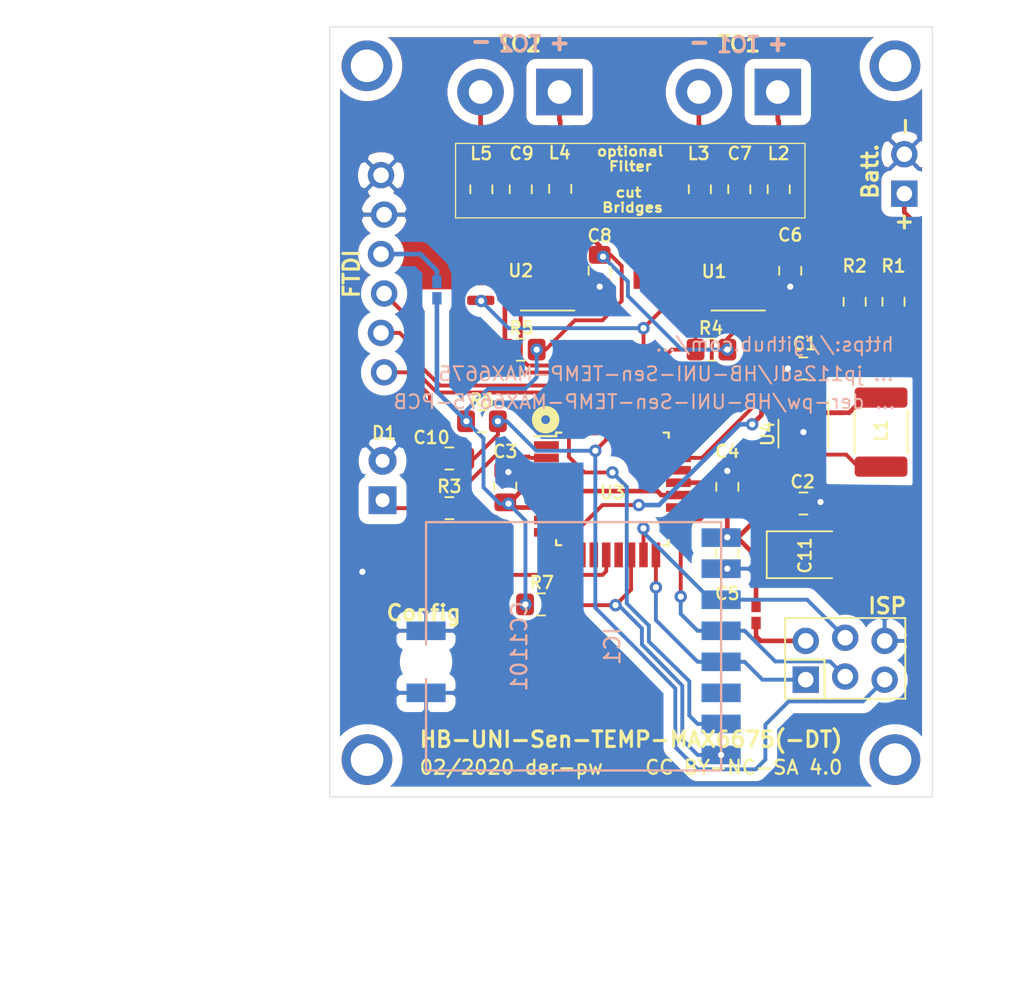
<source format=kicad_pcb>
(kicad_pcb (version 20220621) (generator pcbnew)
  (layers (0 "F.Cu" signal) (31 "B.Cu" signal) (34 "B.Paste" user) (35 "F.Paste" user) (36 "B.SilkS" user "B.Silkscreen") (37 "F.SilkS" user "F.Silkscreen") (38 "B.Mask" user) (39 "F.Mask" user) (44 "Edge.Cuts" user))
  (net 0 "")
  (net 1 "Net-(U3-Pad22)")
  (net 2 "Net-(U3-Pad19)")
  (net 3 "Net-(U3-Pad8)")
  (net 4 "Net-(U3-Pad7)")
  (net 5 "/MAX6675_SCK")
  (net 6 "/MAX6675_1_CS")
  (net 7 "/MAX6675_1_SO")
  (net 8 "/MAX6675_2_CS")
  (net 9 "/MAX6675_2_SO")
  (net 10 "Net-(IC1-Pad7)")
  (net 11 "VCC")
  (net 12 "/BATT_MEAS_PIN")
  (net 13 "GND")
  (net 14 "Net-(IC1-Pad8)")
  (net 15 "Net-(SW1-Pad1)")
  (net 16 "/BATT_EN_PIN")
  (net 17 "Net-(R3-Pad2)")
  (net 18 "/VIN")
  (net 19 "Net-(D1-Pad2)")
  (net 20 "Net-(C7-Pad2)")
  (net 21 "Net-(C7-Pad1)")
  (net 22 "Net-(C9-Pad2)")
  (net 23 "Net-(C9-Pad1)")
  (net 24 "Net-(IC1-Pad6)")
  (net 25 "/TC_1+")
  (net 26 "/TC_1-")
  (net 27 "/TC_2+")
  (net 28 "/TC_2-")
  (net 29 "Net-(L1-Pad2)")
  (net 30 "Net-(C10-Pad1)")
  (net 31 "/TX")
  (net 32 "/RX")
  (net 33 "/RESET")
  (net 34 "Net-(U3-Pad13)")
  (net 35 "Net-(U3-Pad11)")
  (net 36 "Net-(U3-Pad10)")
  (net 37 "Net-(U3-Pad1)")
  (net 38 "/MISO")
  (net 39 "/SCLK")
  (net 40 "/MOSI")
  (net 41 "Net-(J3-Pad3)")
  (net 42 "Net-(J5-Pad2)")
  (footprint "Package_SO:SO-8_3.9x4.9mm_P1.27mm" (layer "F.Cu") (at 166.37 86.106 180)
    (fp_text reference "U1")
    (fp_text value "MAX6675")
  )
  (footprint "Package_SO:SO-8_3.9x4.9mm_P1.27mm" (layer "F.Cu") (at 154.1 86.106 180)
    (fp_text reference "U2")
    (fp_text value "MAX6675")
  )
  (footprint "Package_QFP:TQFP-32_7x7mm_P0.8mm" (layer "F.Cu") (at 160.002 100.16)
    (fp_text reference "U3")
    (fp_text value "ATmega328P-AU")
  )
  (footprint "Capacitor_SMD:C_0805_2012Metric_Pad1.15x1.40mm_HandSolder" (layer "F.Cu") (at 172.3 92.4 180)
    (fp_text reference "C1")
    (fp_text value "10µ")
  )
  (footprint "Capacitor_SMD:C_0805_2012Metric_Pad1.15x1.40mm_HandSolder" (layer "F.Cu") (at 172.3 101.1)
    (fp_text reference "C2")
    (fp_text value "10µ")
  )
  (footprint "Capacitor_SMD:C_0805_2012Metric_Pad1.15x1.40mm_HandSolder" (layer "F.Cu") (at 153.1 100 90)
    (fp_text reference "C3")
    (fp_text value "100n")
  )
  (footprint "Capacitor_SMD:C_0805_2012Metric_Pad1.15x1.40mm_HandSolder" (layer "F.Cu") (at 167.4 100.025 90)
    (fp_text reference "C4")
    (fp_text value "100n")
  )
  (footprint "Capacitor_SMD:C_0805_2012Metric_Pad1.15x1.40mm_HandSolder" (layer "F.Cu") (at 167.4 104.3 -90)
    (fp_text reference "C5")
    (fp_text value "10µ")
  )
  (footprint "LED_THT:LED_D3.0mm" (layer "F.Cu") (at 145.2 98.35 -90)
    (fp_text reference "D1")
    (fp_text value "LED")
  )
  (footprint "Resistor_SMD:R_0805_2012Metric_Pad1.15x1.40mm_HandSolder" (layer "F.Cu") (at 178.1 88.1 -90)
    (fp_text reference "R1")
    (fp_text value "470k")
  )
  (footprint "Resistor_SMD:R_0805_2012Metric_Pad1.15x1.40mm_HandSolder" (layer "F.Cu") (at 149.5 101.4)
    (fp_text reference "R3")
    (fp_text value "R330")
  )
  (footprint "Capacitor_SMD:C_0805_2012Metric_Pad1.15x1.40mm_HandSolder" (layer "F.Cu") (at 171.45 86.106 90)
    (fp_text reference "C6")
    (fp_text value "100n")
  )
  (footprint "Capacitor_SMD:C_0805_2012Metric_Pad1.15x1.40mm_HandSolder" (layer "F.Cu") (at 159.18 86.106 90)
    (fp_text reference "C8")
    (fp_text value "100n")
  )
  (footprint "Capacitor_SMD:C_0805_2012Metric_Pad1.15x1.40mm_HandSolder" (layer "F.Cu") (at 154.1 80.86 -90)
    (fp_text reference "C9")
    (fp_text value "10n")
  )
  (footprint "Resistor_SMD:R_0805_2012Metric_Pad1.15x1.40mm_HandSolder" (layer "F.Cu") (at 154.1 91.186)
    (fp_text reference "R5")
    (fp_text value "10k")
  )
  (footprint "Package_TO_SOT_SMD:SOT-23-5_HandSoldering" (layer "F.Cu") (at 172.3 96.6 -90)
    (fp_text reference "U4")
    (fp_text value "MAX1724")
  )
  (footprint "Inductor_SMD:L_1812_4532Metric_Pad1.30x3.40mm_HandSolder" (layer "F.Cu") (at 177.3 96.5 -90)
    (fp_text reference "L1")
    (fp_text value "L")
  )
  (footprint "Inductor_SMD:L_0805_2012Metric_Pad1.15x1.40mm_HandSolder" (layer "F.Cu") (at 170.71 80.86 -90)
    (fp_text reference "L2")
    (fp_text value "L")
  )
  (footprint "Inductor_SMD:L_0805_2012Metric_Pad1.15x1.40mm_HandSolder" (layer "F.Cu") (at 165.63 80.86 -90)
    (fp_text reference "L3")
    (fp_text value "L")
  )
  (footprint "Inductor_SMD:L_0805_2012Metric_Pad1.15x1.40mm_HandSolder" (layer "F.Cu") (at 156.64 80.83 -90)
    (fp_text reference "L4")
    (fp_text value "L")
  )
  (footprint "Inductor_SMD:L_0805_2012Metric_Pad1.15x1.40mm_HandSolder" (layer "F.Cu") (at 151.56 80.86 -90)
    (fp_text reference "L5")
    (fp_text value "L")
  )
  (footprint "TerminalBlock:TerminalBlock_bornier-2_P5.08mm" (layer "F.Cu") (at 170.65 74.59 180)
    (fp_text reference "J1" hide)
    (fp_text value "TC1")
  )
  (footprint "TerminalBlock:TerminalBlock_bornier-2_P5.08mm" (layer "F.Cu") (at 156.59 74.59 180)
    (fp_text reference "J2" hide)
    (fp_text value "TC2")
  )
  (footprint "Capacitor_SMD:C_0805_2012Metric_Pad1.15x1.40mm_HandSolder" (layer "F.Cu") (at 168.17 80.86 -90)
    (fp_text reference "C7")
    (fp_text value "10n")
  )
  (footprint "Resistor_SMD:R_0805_2012Metric_Pad1.15x1.40mm_HandSolder" (layer "F.Cu") (at 166.379 91.186)
    (fp_text reference "R4")
    (fp_text value "10k")
  )
  (footprint "Capacitor_SMD:C_0805_2012Metric_Pad1.15x1.40mm_HandSolder" (layer "F.Cu") (at 149.5 98.2)
    (fp_text reference "C10")
    (fp_text value "100n")
  )
  (footprint "Resistor_SMD:R_0805_2012Metric_Pad1.15x1.40mm_HandSolder" (layer "F.Cu") (at 151.6 95.8 180)
    (fp_text reference "R6")
    (fp_text value "10k")
  )
  (footprint "homebrew:mysmall_Jumper2" (layer "F.Cu") (at 156.64 80.83 -90)
    (fp_text reference "JP3" hide)
    (fp_text value "Jumper_NC_Small")
  )
  (footprint "homebrew:mysmall_Jumper2" (layer "F.Cu") (at 165.63 80.86 90)
    (fp_text reference "JP1" hide)
    (fp_text value "Jumper_NC_Small")
  )
  (footprint "homebrew:mysmall_Jumper2" (layer "F.Cu") (at 170.71 80.86 -90)
    (fp_text reference "JP2" hide)
    (fp_text value "Jumper_NC_Small")
  )
  (footprint "homebrew:mysmall_Jumper2" (layer "F.Cu") (at 151.56 80.86 90)
    (fp_text reference "JP4" hide)
    (fp_text value "Jumper_NC_Small")
  )
  (footprint "Capacitor_Tantalum_SMD:CP_EIA-3528-21_Kemet-B" (layer "F.Cu") (at 172.4 104.4)
    (fp_text reference "C11")
    (fp_text value "22µ")
  )
  (footprint "Button_Switch_SMD:SW_SPST_CK_RS282G05A3" (layer "F.Cu") (at 147.8 105.4 180)
    (fp_text reference "SW1" hide)
    (fp_text value "Config")
  )
  (footprint "Resistor_SMD:R_0805_2012Metric_Pad1.15x1.40mm_HandSolder" (layer "F.Cu") (at 175.6 88.1 90)
    (fp_text reference "R2")
    (fp_text value "100k")
  )
  (footprint "MountingHole:MountingHole_2.1mm" (layer "F.Cu") (at 144.2 117.6)
    (fp_text reference "REF**" hide)
    (fp_text value "MountingHole_2.1mm")
  )
  (footprint "Connector_PinHeader_2.54mm:PinHeader_1x02_P2.54mm_Vertical" (layer "F.Cu") (at 178.8 78.6)
    (fp_text reference "J4" hide)
    (fp_text value "Conn_01x02_Female")
  )
  (footprint "MountingHole:MountingHole_2.1mm" (layer "F.Cu") (at 148 111.3)
    (fp_text reference "REF**" hide)
    (fp_text value "MountingHole_2.1mm")
  )
  (footprint "Connector_PinHeader_2.54mm:PinHeader_2x03_P2.54mm_Vertical" (layer "F.Cu") (at 172.45 112.35 90)
    (fp_text reference "J5" hide)
    (fp_text value "AVR-ISP-6")
  )
  (footprint "Resistor_SMD:R_0805_2012Metric_Pad1.15x1.40mm_HandSolder" (layer "F.Cu") (at 155.4 107.6 180)
    (fp_text reference "R7")
    (fp_text value "10k")
  )
  (footprint "Connector_PinHeader_2.54mm:PinHeader_1x06_P2.54mm_Vertical" (layer "F.Cu") (at 145.2 79.95)
    (fp_text reference "J3" hide)
    (fp_text value "FTDI")
  )
  (footprint "Jumper:SolderJumper-2_P1.3mm_Open_RoundedPad1.0x1.5mm" (layer "F.Cu") (at 169.25 108.25 -90)
    (fp_text reference "JP5" hide)
    (fp_text value "VCC-Jumper")
  )
  (footprint "MountingHole:MountingHole_2.1mm" (layer "F.Cu") (at 178.2 117.6)
    (fp_text reference "REF**" hide)
    (fp_text value "MountingHole_2.1mm")
  )
  (footprint "MountingHole:MountingHole_2.1mm" (layer "F.Cu") (at 144.2 72.9)
    (fp_text reference "REF**" hide)
    (fp_text value "MountingHole_2.1mm")
  )
  (footprint "MountingHole:MountingHole_2.1mm" (layer "F.Cu") (at 178.2 72.9)
    (fp_text reference "REF**" hide)
    (fp_text value "MountingHole_2.1mm")
  )
  (footprint "homebrew:CC1101_Module" (layer "B.Cu") (at 157 110.3 -90)
    (fp_text reference "IC1")
    (fp_text value "CC1101")
  )
  (footprint "Jumper:SolderJumper-2_P1.3mm_Open_RoundedPad1.0x1.5mm" (layer "B.Cu") (at 148.7 87.35 90)
    (fp_text reference "JP6" hide)
    (fp_text value "VCC-Jumper" hide)
  )
  (gr_line (start 172.4 82.7) (end 172.4 77.9) (stroke (width 0.08)) (layer "F.SilkS"))
  (gr_line (start 149.9 77.9) (end 172.4 77.9) (stroke (width 0.08)) (layer "F.SilkS"))
  (gr_line (start 149.9 82.7) (end 172.4 82.7) (stroke (width 0.08)) (layer "F.SilkS"))
  (gr_line (start 149.9 82.7) (end 149.9 77.9) (stroke (width 0.08)) (layer "F.SilkS"))
  (gr_circle (center 155.7 95.7) (end 155.982843 95.7) (stroke (width 0.6)) (fill none) (layer "F.SilkS"))
  (gr_line (start 141.8 70.4) (end 141.8 120) (stroke (width 0.05)) (layer "Edge.Cuts"))
  (gr_line (start 180.6 120) (end 180.6 70.4) (stroke (width 0.05)) (layer "Edge.Cuts"))
  (gr_line (start 180.6 70.4) (end 141.8 70.4) (stroke (width 0.05)) (layer "Edge.Cuts"))
  (gr_line (start 141.8 120) (end 180.6 120) (stroke (width 0.05)) (layer "Edge.Cuts"))
  (gr_text "... jp112sdl/HB-UNI-Sen-TEMP-MAX6675" (at 163.45 92.75) (layer "B.SilkS") (effects (font (size 0.9 0.9) (thickness 0.13)) (justify mirror)))
  (gr_text "... der-pw/HB-UNI-Sen-TEMP-MAX6675-PCB" (at 162.05 94.55) (layer "B.SilkS") (effects (font (size 0.9 0.9) (thickness 0.13)) (justify mirror)))
  (gr_text "https://github.com/..." (at 170.45 90.85) (layer "B.SilkS") (effects (font (size 0.9 0.9) (thickness 0.13)) (justify mirror)))
  (gr_text "+" (at 156.6 71.4) (layer "B.SilkS") (effects (font (size 1 1) (thickness 0.25)) (justify mirror)))
  (gr_text "TC2\n" (at 154.05 71.5) (layer "B.SilkS") (effects (font (size 1 1) (thickness 0.2)) (justify mirror)))
  (gr_text "-" (at 151.55 71.3) (layer "B.SilkS") (effects (font (size 1 1) (thickness 0.25)) (justify mirror)))
  (gr_text "-" (at 165.6 71.35) (layer "B.SilkS") (effects (font (size 1 1) (thickness 0.25)) (justify mirror)))
  (gr_text "TC1\n" (at 168.1 71.55) (layer "B.SilkS") (effects (font (size 1 1) (thickness 0.2)) (justify mirror)))
  (gr_text "+" (at 170.65 71.45) (layer "B.SilkS") (effects (font (size 1 1) (thickness 0.25)) (justify mirror)))
  (gr_text "TC2\n" (at 154.05 71.5) (layer "F.SilkS") (effects (font (size 1 1) (thickness 0.2))))
  (gr_text "-" (at 178.8 76.8 90) (layer "F.SilkS") (effects (font (size 1 1) (thickness 0.2))))
  (gr_text "-" (at 151.55 71.3) (layer "F.SilkS") (effects (font (size 1 1) (thickness 0.25))))
  (gr_text "-" (at 165.6 71.35) (layer "F.SilkS") (effects (font (size 1 1) (thickness 0.25))))
  (gr_text "+" (at 170.65 71.45) (layer "F.SilkS") (effects (font (size 1 1) (thickness 0.25))))
  (gr_text "+" (at 156.6 71.4) (layer "F.SilkS") (effects (font (size 1 1) (thickness 0.25))))
  (gr_text "Config\n" (at 147.85 108.15) (layer "F.SilkS") (effects (font (size 1 1) (thickness 0.2))))
  (gr_text "HB-UNI-Sen-TEMP-MAX6675(-DT)" (at 161.2 116.3) (layer "F.SilkS") (effects (font (size 1 1) (thickness 0.2))))
  (gr_text "Batt.\n" (at 176.6 79.7 90) (layer "F.SilkS") (effects (font (size 1 1) (thickness 0.2))))
  (gr_text "FTDI" (at 143.2 86.3 90) (layer "F.SilkS") (effects (font (size 1 1) (thickness 0.2))))
  (gr_text "cut \nBridges" (at 161.3 81.55) (layer "F.SilkS") (effects (font (size 0.6 0.7))))
  (gr_text "02/2020 der-pw    CC BY-NC-SA 4.0" (at 161.2 118.1) (layer "F.SilkS") (effects (font (size 0.9 0.9))))
  (gr_text "ISP" (at 177.7 107.7) (layer "F.SilkS") (effects (font (size 1 1) (thickness 0.2))))
  (gr_text "TC1" (at 168.15 71.5) (layer "F.SilkS") (effects (font (size 1 1) (thickness 0.2))))
  (gr_text "+" (at 178.8 82.9) (layer "F.SilkS") (effects (font (size 1 1) (thickness 0.2))))
  (gr_text "optional\nFilter" (at 161.15 78.9) (layer "F.SilkS") (effects (font (size 0.6 0.7))))
  (segment (start 162.002 89.804) (end 163.795 88.011) (width 0.25) (layer "F.Cu") (net 5))
  (segment (start 162.002 95.91) (end 162.002 89.804) (width 0.25) (layer "F.Cu") (net 5))
  (segment (start 162.002 89.804) (end 162.002 89.804) (width 0.25) (layer "F.Cu") (net 5))
  (via (at 162.002 89.804) (size 0.8) (drill 0.4) (layers "F.Cu" "B.Cu") (net 5))
  (via (at 151.55 88.05) (size 0.8) (drill 0.4) (layers "F.Cu" "B.Cu") (net 5))
  (segment (start 151.55 88.05) (end 151.5 88) (width 0.25) (layer "B.Cu") (net 5))
  (segment (start 162.002 89.804) (end 153.304 89.804) (width 0.25) (layer "B.Cu") (net 5))
  (segment (start 153.304 89.804) (end 151.55 88.05) (width 0.25) (layer "B.Cu") (net 5))
  (segment (start 162.802 95.91) (end 162.802 94.86) (width 0.25) (layer "F.Cu") (net 6))
  (segment (start 165.354 88.023232) (end 165.354 90.486) (width 0.25) (layer "F.Cu") (net 6))
  (segment (start 162.9 94.762) (end 162.9 92.1) (width 0.25) (layer "F.Cu") (net 6))
  (segment (start 163.814 91.186) (end 165.354 91.186) (width 0.25) (layer "F.Cu") (net 6))
  (segment (start 163.795 86.741) (end 164.095 87.041) (width 0.25) (layer "F.Cu") (net 6))
  (segment (start 164.095 87.041) (end 164.371768 87.041) (width 0.25) (layer "F.Cu") (net 6))
  (segment (start 162.802 94.86) (end 162.9 94.762) (width 0.25) (layer "F.Cu") (net 6))
  (segment (start 162.9 92.1) (end 163.814 91.186) (width 0.25) (layer "F.Cu") (net 6))
  (segment (start 164.371768 87.041) (end 165.354 88.023232) (width 0.25) (layer "F.Cu") (net 6))
  (segment (start 165.354 90.486) (end 165.354 91.186) (width 0.25) (layer "F.Cu") (net 6))
  (segment (start 164.252 97.36) (end 164.252 96.835) (width 0.25) (layer "F.Cu") (net 7))
  (segment (start 166.4 87.201) (end 164.67 85.471) (width 0.25) (layer "F.Cu") (net 7))
  (segment (start 166.4 94.687) (end 166.4 87.201) (width 0.25) (layer "F.Cu") (net 7))
  (segment (start 164.252 96.835) (end 166.4 94.687) (width 0.25) (layer "F.Cu") (net 7))
  (segment (start 164.67 85.471) (end 163.795 85.471) (width 0.25) (layer "F.Cu") (net 7))
  (segment (start 153.75002 92.66102) (end 158.36661 92.66102) (width 0.25) (layer "F.Cu") (net 8))
  (segment (start 153.075 91.186) (end 153.075 91.986) (width 0.25) (layer "F.Cu") (net 8))
  (segment (start 158.36661 92.66102) (end 160.402 94.69641) (width 0.25) (layer "F.Cu") (net 8))
  (segment (start 160.402 94.69641) (end 160.402 95.91) (width 0.25) (layer "F.Cu") (net 8))
  (segment (start 152.4 86.741) (end 151.525 86.741) (width 0.3) (layer "F.Cu") (net 8))
  (segment (start 153.075 91.186) (end 153.075 87.416) (width 0.3) (layer "F.Cu") (net 8))
  (segment (start 153.075 91.986) (end 153.75002 92.66102) (width 0.25) (layer "F.Cu") (net 8))
  (segment (start 153.075 87.416) (end 152.4 86.741) (width 0.3) (layer "F.Cu") (net 8))
  (segment (start 158.55301 92.21101) (end 154.56182 92.21101) (width 0.25) (layer "F.Cu") (net 9))
  (segment (start 161.202 94.86) (end 158.55301 92.21101) (width 0.25) (layer "F.Cu") (net 9))
  (segment (start 161.202 95.91) (end 161.202 94.86) (width 0.25) (layer "F.Cu") (net 9))
  (segment (start 152.4 85.471) (end 151.525 85.471) (width 0.25) (layer "F.Cu") (net 9))
  (segment (start 154.1 91.74919) (end 154.1 87.171) (width 0.25) (layer "F.Cu") (net 9))
  (segment (start 154.1 87.171) (end 152.4 85.471) (width 0.25) (layer "F.Cu") (net 9))
  (segment (start 154.56182 92.21101) (end 154.1 91.74919) (width 0.25) (layer "F.Cu") (net 9))
  (segment (start 160 99.1) (end 158.2 99.1) (width 0.25) (layer "F.Cu") (net 10))
  (segment (start 157.2 98.1) (end 157.202 98.098) (width 0.25) (layer "F.Cu") (net 10))
  (segment (start 158.2 99.1) (end 157.2 98.1) (width 0.25) (layer "F.Cu") (net 10))
  (segment (start 157.202 98.098) (end 157.202 95.91) (width 0.25) (layer "F.Cu") (net 10))
  (via (at 160 99.1) (size 0.8) (drill 0.4) (layers "F.Cu" "B.Cu") (net 10))
  (segment (start 162.349991 108.963581) (end 160.925001 107.538591) (width 0.25) (layer "B.Cu") (net 10))
  (segment (start 162.34999 109.9984) (end 162.349991 108.963581) (width 0.25) (layer "B.Cu") (net 10))
  (segment (start 160.925001 100.025001) (end 160.525 99.625) (width 0.25) (layer "B.Cu") (net 10))
  (segment (start 164.95001 112.55001) (end 164.7 112.3) (width 0.25) (layer "B.Cu") (net 10))
  (segment (start 167 115.3) (end 165.488 115.3) (width 0.25) (layer "B.Cu") (net 10))
  (segment (start 164.7 112.3) (end 162.34999 109.9984) (width 0.25) (layer "B.Cu") (net 10))
  (segment (start 165.488 115.3) (end 164.95001 114.76201) (width 0.25) (layer "B.Cu") (net 10))
  (segment (start 160.925001 107.538591) (end 160.925001 100.025001) (width 0.25) (layer "B.Cu") (net 10))
  (segment (start 164.95001 114.76201) (end 164.95001 112.55001) (width 0.25) (layer "B.Cu") (net 10))
  (segment (start 160.525 99.625) (end 160 99.1) (width 0.25) (layer "B.Cu") (net 10))
  (segment (start 155.125 91.186) (end 155.7 91.186) (width 0.25) (layer "F.Cu") (net 11))
  (segment (start 167.4 103.275) (end 167.4 103.275) (width 0.25) (layer "F.Cu") (net 11))
  (segment (start 167.4 103.275) (end 167.4 103.275) (width 0.25) (layer "F.Cu") (net 11))
  (segment (start 169.3 99.375) (end 169.3 102.075) (width 0.3) (layer "F.Cu") (net 11))
  (segment (start 171.275 101.1) (end 171.275 103.7875) (width 0.25) (layer "F.Cu") (net 11))
  (segment (start 167.4 101.05) (end 166.7 101.05) (width 0.3) (layer "F.Cu") (net 11))
  (segment (start 168.1 103.275) (end 167.4 103.275) (width 0.25) (layer "F.Cu") (net 11))
  (segment (start 157.586 89.3) (end 159.35 89.3) (width 0.25) (layer "F.Cu") (net 11))
  (segment (start 167.404 91.186) (end 167.404 90.486) (width 0.25) (layer "F.Cu") (net 11))
  (segment (start 167.404 90.486) (end 168.49 89.4) (width 0.25) (layer "F.Cu") (net 11))
  (segment (start 159.18 84.506) (end 158.875 84.201) (width 0.3) (layer "F.Cu") (net 11))
  (segment (start 171.5 89.4) (end 173 87.9) (width 0.25) (layer "F.Cu") (net 11))
  (segment (start 165.352 102.16) (end 164.252 102.16) (width 0.3) (layer "F.Cu") (net 11))
  (segment (start 165.352 100.56) (end 164.252 100.56) (width 0.3) (layer "F.Cu") (net 11))
  (segment (start 171.35 101.025) (end 171.275 101.1) (width 0.25) (layer "F.Cu") (net 11))
  (segment (start 155.125 91.186) (end 155.125 91.186) (width 0.25) (layer "F.Cu") (net 11))
  (segment (start 168.025 103.275) (end 167.4 103.275) (width 0.3) (layer "F.Cu") (net 11))
  (segment (start 167.404 91.186) (end 167.404 91.186) (width 0.25) (layer "F.Cu") (net 11))
  (segment (start 173 85.931) (end 172.15 85.081) (width 0.25) (layer "F.Cu") (net 11))
  (segment (start 156.94 101.36) (end 156.852 101.36) (width 0.3) (layer "F.Cu") (net 11))
  (segment (start 169.25 104.5) (end 168.025 103.275) (width 0.3) (layer "F.Cu") (net 11))
  (segment (start 171.45 84.506) (end 171.45 85.081) (width 0.3) (layer "F.Cu") (net 11))
  (segment (start 167.4 101.05) (end 167.4 103.275) (width 0.3) (layer "F.Cu") (net 11))
  (segment (start 163.152 100.56) (end 162.892 100.3) (width 0.3) (layer "F.Cu") (net 11))
  (segment (start 160.6 85.801) (end 159.88 85.081) (width 0.25) (layer "F.Cu") (net 11))
  (segment (start 159.35 89.3) (end 160.6 88.05) (width 0.25) (layer "F.Cu") (net 11))
  (segment (start 159.18 85.081) (end 159.18 84.506) (width 0.3) (layer "F.Cu") (net 11))
  (segment (start 169.3 102.075) (end 168.1 103.275) (width 0.3) (layer "F.Cu") (net 11))
  (segment (start 170.725 97.95) (end 169.3 99.375) (width 0.3) (layer "F.Cu") (net 11))
  (segment (start 171.275 103.7875) (end 170.8625 104.2) (width 0.25) (layer "F.Cu") (net 11))
  (segment (start 157.55 84.201) (end 156.675 84.201) (width 0.3) (layer "F.Cu") (net 11))
  (segment (start 153.435 101.36) (end 153.1 101.025) (width 0.3) (layer "F.Cu") (net 11))
  (segment (start 168.49 89.4) (end 171.5 89.4) (width 0.25) (layer "F.Cu") (net 11))
  (segment (start 160.6 88.05) (end 160.6 85.801) (width 0.25) (layer "F.Cu") (net 11))
  (segment (start 156.852 101.36) (end 155.752 101.36) (width 0.3) (layer "F.Cu") (net 11))
  (segment (start 158.875 84.201) (end 157.55 84.201) (width 0.3) (layer "F.Cu") (net 11))
  (segment (start 158 100.3) (end 156.94 101.36) (width 0.3) (layer "F.Cu") (net 11))
  (segment (start 166.7 101.05) (end 166.21 100.56) (width 0.3) (layer "F.Cu") (net 11))
  (segment (start 172.15 85.081) (end 171.45 85.081) (width 0.25) (layer "F.Cu") (net 11))
  (segment (start 162.892 100.3) (end 158 100.3) (width 0.3) (layer "F.Cu") (net 11))
  (segment (start 171.145 84.201) (end 171.45 84.506) (width 0.3) (layer "F.Cu") (net 11))
  (segment (start 169.25 104.5) (end 169.25 107.7) (width 0.3) (layer "F.Cu") (net 11))
  (segment (start 155.752 101.36) (end 153.435 101.36) (width 0.3) (layer "F.Cu") (net 11))
  (segment (start 159.88 85.081) (end 159.18 85.081) (width 0.25) (layer "F.Cu") (net 11))
  (segment (start 154.665 99.76) (end 155.752 99.76) (width 0.3) (layer "F.Cu") (net 11))
  (segment (start 171.35 97.95) (end 171.35 101.025) (width 0.25) (layer "F.Cu") (net 11))
  (segment (start 155.7 91.186) (end 157.586 89.3) (width 0.25) (layer "F.Cu") (net 11))
  (segment (start 153.3 101.125) (end 153.3125 101.1125) (width 0.25) (layer "F.Cu") (net 11))
  (segment (start 165.59 102.16) (end 165.352 102.16) (width 0.3) (layer "F.Cu") (net 11))
  (segment (start 171.35 97.95) (end 170.725 97.95) (width 0.3) (layer "F.Cu") (net 11))
  (segment (start 173 87.9) (end 173 85.931) (width 0.25) (layer "F.Cu") (net 11))
  (segment (start 153.3125 101.1125) (end 154.665 99.76) (width 0.3) (layer "F.Cu") (net 11))
  (segment (start 166.21 100.56) (end 165.352 100.56) (width 0.3) (layer "F.Cu") (net 11))
  (segment (start 166.7 101.05) (end 165.59 102.16) (width 0.3) (layer "F.Cu") (net 11))
  (segment (start 164.252 100.56) (end 163.152 100.56) (width 0.3) (layer "F.Cu") (net 11))
  (segment (start 168.945 84.201) (end 171.145 84.201) (width 0.3) (layer "F.Cu") (net 11))
  (via (at 155.125 91.186) (size 0.8) (drill 0.4) (layers "F.Cu" "B.Cu") (net 11))
  (via (at 167.4 103.275) (size 0.8) (drill 0.4) (layers "F.Cu" "B.Cu") (net 11))
  (via (at 153.3125 101.1125) (size 0.8) (drill 0.4) (layers "F.Cu" "B.Cu") (net 11))
  (via (at 167.404 91.186) (size 0.8) (drill 0.4) (layers "F.Cu" "B.Cu") (net 11))
  (via (at 154.4 107.6) (size 0.8) (drill 0.4) (layers "F.Cu" "B.Cu") (net 11))
  (via (at 150.6 95.8) (size 0.8) (drill 0.4) (layers "F.Cu" "B.Cu") (net 11))
  (via (at 159.4 85.2) (size 0.8) (drill 0.4) (layers "F.Cu" "B.Cu") (net 11))
  (segment (start 159.4 85.2) (end 159.4 85.2) (width 0.25) (layer "B.Cu") (net 11))
  (segment (start 153.3125 101.1125) (end 152.746815 101.1125) (width 0.25) (layer "B.Cu") (net 11))
  (segment (start 151.7 100.065685) (end 151.7 96.9) (width 0.25) (layer "B.Cu") (net 11))
  (segment (start 152 93.7) (end 154.4 93.7) (width 0.25) (layer "B.Cu") (net 11))
  (segment (start 148.7 90.8) (end 148.7 88) (width 0.3) (layer "B.Cu") (net 11))
  (segment (start 154.4 93.7) (end 155.125 92.975) (width 0.25) (layer "B.Cu") (net 11))
  (segment (start 155.125 92.975) (end 155.125 91.186) (width 0.25) (layer "B.Cu") (net 11))
  (segment (start 154.4 107.6) (end 154.4 102.2) (width 0.25) (layer "B.Cu") (net 11))
  (segment (start 150.6 95.8) (end 148.7 93.9) (width 0.3) (layer "B.Cu") (net 11))
  (segment (start 161 86.8) (end 159.4 85.2) (width 0.25) (layer "B.Cu") (net 11))
  (segment (start 150.6 95.1) (end 152 93.7) (width 0.25) (layer "B.Cu") (net 11))
  (segment (start 154.4 102.2) (end 153.3125 101.1125) (width 0.25) (layer "B.Cu") (net 11))
  (segment (start 161 87.728998) (end 161 86.8) (width 0.25) (layer "B.Cu") (net 11))
  (segment (start 148.7 93.9) (end 148.7 90.8) (width 0.3) (layer "B.Cu") (net 11))
  (segment (start 150.6 95.8) (end 150.200001 95.400001) (width 0.3) (layer "B.Cu") (net 11))
  (segment (start 150.6 95.8) (end 150.6 95.1) (width 0.25) (layer "B.Cu") (net 11))
  (segment (start 152.746815 101.1125) (end 151.7 100.065685) (width 0.25) (layer "B.Cu") (net 11))
  (segment (start 164.457002 91.186) (end 161 87.728998) (width 0.25) (layer "B.Cu") (net 11))
  (segment (start 151.7 96.9) (end 150.6 95.8) (width 0.25) (layer "B.Cu") (net 11))
  (segment (start 167.404 91.186) (end 164.457002 91.186) (width 0.25) (layer "B.Cu") (net 11))
  (segment (start 164.252 98.16) (end 165.766998 98.16) (width 0.25) (layer "F.Cu") (net 12))
  (segment (start 170.203245 90.02499) (end 171.985366 90.02499) (width 0.25) (layer "F.Cu") (net 12))
  (segment (start 171.985366 90.02499) (end 173.285365 88.72499) (width 0.25) (layer "F.Cu") (net 12))
  (segment (start 173.285365 88.72499) (end 173.95001 88.72499) (width 0.25) (layer "F.Cu") (net 12))
  (segment (start 173.95001 88.72499) (end 175.6 87.075) (width 0.25) (layer "F.Cu") (net 12))
  (segment (start 165.766998 98.16) (end 169.125 94.801998) (width 0.25) (layer "F.Cu") (net 12))
  (segment (start 169.125 91.103235) (end 170.203245 90.02499) (width 0.25) (layer "F.Cu") (net 12))
  (segment (start 178.1 87.075) (end 175.6 87.075) (width 0.3) (layer "F.Cu") (net 12))
  (segment (start 165.302 98.16) (end 164.252 98.16) (width 0.25) (layer "F.Cu") (net 12))
  (segment (start 169.125 94.801998) (end 169.125 91.103235) (width 0.25) (layer "F.Cu") (net 12))
  (segment (start 159.18 87.131) (end 159.18 87.131) (width 0.3) (layer "F.Cu") (net 13))
  (segment (start 171.45 87.131) (end 171.45 87.131) (width 0.3) (layer "F.Cu") (net 13))
  (segment (start 167.4 99) (end 167.4 99) (width 0.25) (layer "F.Cu") (net 13))
  (segment (start 153.3 99.075) (end 156.727002 99.075) (width 0.25) (layer "F.Cu") (net 13))
  (segment (start 172.3 96.5) (end 172.3 96.5) (width 0.25) (layer "F.Cu") (net 13))
  (segment (start 173.9375 104.2) (end 173.275 103.5375) (width 0.25) (layer "F.Cu") (net 13))
  (segment (start 159.18 87.706) (end 159.18 87.131) (width 0.3) (layer "F.Cu") (net 13))
  (segment (start 156.675 88.011) (end 158.875 88.011) (width 0.3) (layer "F.Cu") (net 13))
  (segment (start 164.252 99.76) (end 167.215 99.76) (width 0.3) (layer "F.Cu") (net 13))
  (segment (start 156.802 100.56) (end 155.752 100.56) (width 0.25) (layer "F.Cu") (net 13))
  (segment (start 155.752 98.96) (end 153.115 98.96) (width 0.3) (layer "F.Cu") (net 13))
  (segment (start 168.945 88.011) (end 171.145 88.011) (width 0.3) (layer "F.Cu") (net 13))
  (segment (start 173.4 102.3) (end 173.4 101.565685) (width 0.25) (layer "F.Cu") (net 13))
  (segment (start 171.45 87.706) (end 171.45 87.131) (width 0.3) (layer "F.Cu") (net 13))
  (segment (start 156.877001 99.224999) (end 156.877001 100.484999) (width 0.25) (layer "F.Cu") (net 13))
  (segment (start 167.4 99.575) (end 167.4 99) (width 0.3) (layer "F.Cu") (net 13))
  (segment (start 173.4 101.565685) (end 173.4 101) (width 0.25) (layer "F.Cu") (net 13))
  (segment (start 173.275 102.425) (end 173.4 102.3) (width 0.25) (layer "F.Cu") (net 13))
  (segment (start 173.275 103.5375) (end 173.275 102.425) (width 0.25) (layer "F.Cu") (net 13))
  (segment (start 171.145 88.011) (end 171.45 87.706) (width 0.3) (layer "F.Cu") (net 13))
  (segment (start 156.727002 99.075) (end 156.877001 99.224999) (width 0.25) (layer "F.Cu") (net 13))
  (segment (start 156.877001 100.484999) (end 156.802 100.56) (width 0.25) (layer "F.Cu") (net 13))
  (segment (start 153.3 99.075) (end 153.3 99.075) (width 0.25) (layer "F.Cu") (net 13))
  (segment (start 153.115 98.96) (end 153.1 98.975) (width 0.3) (layer "F.Cu") (net 13))
  (segment (start 172.3 95.25) (end 172.3 96.5) (width 0.25) (layer "F.Cu") (net 13))
  (segment (start 158.875 88.011) (end 159.18 87.706) (width 0.3) (layer "F.Cu") (net 13))
  (segment (start 167.215 99.76) (end 167.4 99.575) (width 0.3) (layer "F.Cu") (net 13))
  (via (at 167.4 105.3) (size 0.8) (drill 0.4) (layers "F.Cu" "B.Cu") (net 13))
  (via (at 167.4 99) (size 0.8) (drill 0.4) (layers "F.Cu" "B.Cu") (net 13))
  (via (at 171.3 92.4) (size 0.8) (drill 0.4) (layers "F.Cu" "B.Cu") (net 13))
  (via (at 172.3 96.5) (size 0.8) (drill 0.4) (layers "F.Cu" "B.Cu") (net 13))
  (via (at 159.18 87.131) (size 0.8) (drill 0.4) (layers "F.Cu" "B.Cu") (net 13))
  (via (at 173.4 101) (size 0.8) (drill 0.4) (layers "F.Cu" "B.Cu") (net 13))
  (via (at 143.9 105.5) (size 0.8) (drill 0.4) (layers "F.Cu" "B.Cu") (net 13))
  (via (at 171.45 87.131) (size 0.8) (drill 0.4) (layers "F.Cu" "B.Cu") (net 13))
  (via (at 153.3 99.075) (size 0.8) (drill 0.4) (layers "F.Cu" "B.Cu") (net 13))
  (segment (start 156.425 107.6) (end 157.1 107.6) (width 0.25) (layer "F.Cu") (net 14))
  (segment (start 160.2 107.65) (end 161.202 106.648) (width 0.25) (layer "F.Cu") (net 14))
  (segment (start 157.1 107.6) (end 157.15 107.65) (width 0.25) (layer "F.Cu") (net 14))
  (segment (start 161.1 104.512) (end 161.202 104.41) (width 0.25) (layer "F.Cu") (net 14))
  (segment (start 161.202 106.648) (end 161.202 104.41) (width 0.25) (layer "F.Cu") (net 14))
  (segment (start 157.15 107.65) (end 160.2 107.65) (width 0.25) (layer "F.Cu") (net 14))
  (segment (start 156.425 107.6) (end 157 107.6) (width 0.25) (layer "F.Cu") (net 14))
  (segment (start 167.075 117.225) (end 167 117.3) (width 0.25) (layer "F.Cu") (net 14))
  (via (at 160.2 107.65) (size 0.8) (drill 0.4) (layers "F.Cu" "B.Cu") (net 14))
  (via (at 167 117.3) (size 0.8) (drill 0.4) (layers "F.Cu" "B.Cu") (net 14))
  (segment (start 167 117.3) (end 165.488 117.3) (width 0.25) (layer "B.Cu") (net 14))
  (segment (start 160.2 107.65) (end 160.2 107.65) (width 0.25) (layer "B.Cu") (net 14))
  (segment (start 167 117.3) (end 167 117.3) (width 0.25) (layer "B.Cu") (net 14))
  (segment (start 161.899981 110.184801) (end 161.899981 109.149981) (width 0.25) (layer "B.Cu") (net 14))
  (segment (start 164.5 116.312) (end 164.5 112.8329) (width 0.25) (layer "B.Cu") (net 14))
  (segment (start 164.5 112.8329) (end 162.312408 110.60272) (width 0.25) (layer "B.Cu") (net 14))
  (segment (start 160.4 107.65) (end 160.2 107.65) (width 0.25) (layer "B.Cu") (net 14))
  (segment (start 165.488 117.3) (end 164.5 116.312) (width 0.25) (layer "B.Cu") (net 14))
  (segment (start 162.31518 110.6) (end 161.899981 110.184801) (width 0.25) (layer "B.Cu") (net 14))
  (segment (start 161.899981 109.149981) (end 160.4 107.65) (width 0.25) (layer "B.Cu") (net 14))
  (segment (start 159.362 105.7) (end 153 105.7) (width 0.25) (layer "F.Cu") (net 15))
  (segment (start 159.602 105.46) (end 159.602 104.41) (width 0.25) (layer "F.Cu") (net 15))
  (segment (start 159.362 105.7) (end 159.602 105.46) (width 0.25) (layer "F.Cu") (net 15))
  (segment (start 153 105.7) (end 152.7 105.4) (width 0.25) (layer "F.Cu") (net 15))
  (segment (start 152.7 105.4) (end 151.7 105.4) (width 0.25) (layer "F.Cu") (net 15))
  (segment (start 161.7 101.2) (end 161.7 101.2) (width 0.25) (layer "F.Cu") (net 16))
  (segment (start 170.4 90.5) (end 169.60001 91.29999) (width 0.3) (layer "F.Cu") (net 16))
  (segment (start 173.48212 89.2) (end 172.18212 90.5) (width 0.3) (layer "F.Cu") (net 16))
  (segment (start 157.202 103.36) (end 159.362 101.2) (width 0.25) (layer "F.Cu") (net 16))
  (segment (start 157.202 104.41) (end 157.202 103.36) (width 0.25) (layer "F.Cu") (net 16))
  (segment (start 175.6 89.125) (end 174.9 89.125) (width 0.3) (layer "F.Cu") (net 16))
  (segment (start 174.9 89.125) (end 174.825 89.2) (width 0.3) (layer "F.Cu") (net 16))
  (segment (start 169.60001 95.39999) (end 169 96) (width 0.3) (layer "F.Cu") (net 16))
  (segment (start 174.825 89.2) (end 173.48212 89.2) (width 0.3) (layer "F.Cu") (net 16))
  (segment (start 159.362 101.2) (end 161.7 101.2) (width 0.25) (layer "F.Cu") (net 16))
  (segment (start 172.18212 90.5) (end 170.4 90.5) (width 0.3) (layer "F.Cu") (net 16))
  (segment (start 169.60001 91.29999) (end 169.60001 95.39999) (width 0.3) (layer "F.Cu") (net 16))
  (via (at 169 96) (size 0.8) (drill 0.4) (layers "F.Cu" "B.Cu") (net 16))
  (via (at 161.7 101.2) (size 0.8) (drill 0.4) (layers "F.Cu" "B.Cu") (net 16))
  (segment (start 168.2 96) (end 169 96) (width 0.3) (layer "B.Cu") (net 16))
  (segment (start 161.7 101.2) (end 163 101.2) (width 0.3) (layer "B.Cu") (net 16))
  (segment (start 163 101.2) (end 168.2 96) (width 0.3) (layer "B.Cu") (net 16))
  (segment (start 154.61699 98.07499) (end 152.41182 98.07499) (width 0.25) (layer "F.Cu") (net 17))
  (segment (start 150.525 99.96181) (end 150.525 100.7) (width 0.25) (layer "F.Cu") (net 17))
  (segment (start 152.41182 98.07499) (end 150.525 99.96181) (width 0.25) (layer "F.Cu") (net 17))
  (segment (start 155.752 98.16) (end 154.702 98.16) (width 0.25) (layer "F.Cu") (net 17))
  (segment (start 154.702 98.16) (end 154.61699 98.07499) (width 0.25) (layer "F.Cu") (net 17))
  (segment (start 150.525 100.7) (end 150.525 101.4) (width 0.25) (layer "F.Cu") (net 17))
  (segment (start 178.8 82.342081) (end 179.4 82.942081) (width 0.3) (layer "F.Cu") (net 18))
  (segment (start 175.25 95.25) (end 173.25 95.25) (width 0.3) (layer "F.Cu") (net 18))
  (segment (start 171.35 95.25) (end 171.35 95.990002) (width 0.25) (layer "F.Cu") (net 18))
  (segment (start 173.25 94.509998) (end 172.885001 94.144999) (width 0.25) (layer "F.Cu") (net 18))
  (segment (start 177.3 94.275) (end 176.225 94.275) (width 0.3) (layer "F.Cu") (net 18))
  (segment (start 176.225 94.275) (end 175.25 95.25) (width 0.3) (layer "F.Cu") (net 18))
  (segment (start 179.4 82.942081) (end 179.4 88.525) (width 0.3) (layer "F.Cu") (net 18))
  (segment (start 173.325 92.4) (end 173.94 92.4) (width 0.3) (layer "F.Cu") (net 18))
  (segment (start 173.25 95.25) (end 173.25 94.509998) (width 0.25) (layer "F.Cu") (net 18))
  (segment (start 179.4 88.525) (end 178.8 89.125) (width 0.3) (layer "F.Cu") (net 18))
  (segment (start 176.7 92.4) (end 173.325 92.4) (width 0.3) (layer "F.Cu") (net 18))
  (segment (start 173.325 92.4) (end 174.2 92.4) (width 0.3) (layer "F.Cu") (net 18))
  (segment (start 178.1 91) (end 176.7 92.4) (width 0.3) (layer "F.Cu") (net 18))
  (segment (start 173.25 92.475) (end 173.325 92.4) (width 0.3) (layer "F.Cu") (net 18))
  (segment (start 173.25 95.25) (end 174.85 95.25) (width 0.3) (layer "F.Cu") (net 18))
  (segment (start 172.885001 94.144999) (end 171.425001 94.144999) (width 0.25) (layer "F.Cu") (net 18))
  (segment (start 178.8 89.125) (end 178.1 89.125) (width 0.3) (layer "F.Cu") (net 18))
  (segment (start 171.35 94.22) (end 171.35 95.25) (width 0.25) (layer "F.Cu") (net 18))
  (segment (start 171.425001 94.144999) (end 171.35 94.22) (width 0.25) (layer "F.Cu") (net 18))
  (segment (start 173.25 95.25) (end 173.25 92.475) (width 0.3) (layer "F.Cu") (net 18))
  (segment (start 178.1 89.125) (end 178.1 91) (width 0.3) (layer "F.Cu") (net 18))
  (segment (start 178.8 81.14) (end 178.8 82.342081) (width 0.3) (layer "F.Cu") (net 18))
  (segment (start 145.71 101.4) (end 145.2 100.89) (width 0.25) (layer "F.Cu") (net 19))
  (segment (start 148.175 101.4) (end 147.26 101.4) (width 0.25) (layer "F.Cu") (net 19))
  (segment (start 148.475 101.4) (end 145.71 101.4) (width 0.25) (layer "F.Cu") (net 19))
  (segment (start 165.57 76.71132) (end 165.63 76.77132) (width 0.3) (layer "F.Cu") (net 20))
  (segment (start 165.57 74.59) (end 165.57 76.71132) (width 0.3) (layer "F.Cu") (net 20))
  (segment (start 165.63 76.77132) (end 165.63 79.747999) (width 0.3) (layer "F.Cu") (net 20))
  (segment (start 166.090001 79.772999) (end 165.63 79.772999) (width 0.25) (layer "F.Cu") (net 20))
  (segment (start 168.17 81.885) (end 168.17 81.852998) (width 0.25) (layer "F.Cu") (net 20))
  (segment (start 168.17 81.852998) (end 166.090001 79.772999) (width 0.25) (layer "F.Cu") (net 20))
  (segment (start 170.249999 79.772999) (end 170.71 79.772999) (width 0.25) (layer "F.Cu") (net 21))
  (segment (start 170.71 76.45) (end 170.71 79.747999) (width 0.3) (layer "F.Cu") (net 21))
  (segment (start 170.65 74.59) (end 170.65 76.39) (width 0.3) (layer "F.Cu") (net 21))
  (segment (start 170.187998 79.835) (end 170.249999 79.772999) (width 0.25) (layer "F.Cu") (net 21))
  (segment (start 168.17 79.835) (end 170.187998 79.835) (width 0.25) (layer "F.Cu") (net 21))
  (segment (start 170.65 76.39) (end 170.71 76.45) (width 0.3) (layer "F.Cu") (net 21))
  (segment (start 151.56 79.835) (end 152.26 79.835) (width 0.3) (layer "F.Cu") (net 22))
  (segment (start 151.51 74.59) (end 151.51 76.71132) (width 0.3) (layer "F.Cu") (net 22))
  (segment (start 154.1 81.675) (end 154.1 81.885) (width 0.3) (layer "F.Cu") (net 22))
  (segment (start 151.56 76.76132) (end 151.56 79.747999) (width 0.3) (layer "F.Cu") (net 22))
  (segment (start 152.26 79.835) (end 154.1 81.675) (width 0.3) (layer "F.Cu") (net 22))
  (segment (start 151.51 76.71132) (end 151.56 76.76132) (width 0.3) (layer "F.Cu") (net 22))
  (segment (start 154.13 79.805) (end 154.1 79.835) (width 0.3) (layer "F.Cu") (net 23))
  (segment (start 156.59 76.39) (end 156.64 76.44) (width 0.3) (layer "F.Cu") (net 23))
  (segment (start 156.64 79.805) (end 154.13 79.805) (width 0.3) (layer "F.Cu") (net 23))
  (segment (start 156.59 74.59) (end 156.59 76.39) (width 0.3) (layer "F.Cu") (net 23))
  (segment (start 156.64 76.44) (end 156.64 79.717999) (width 0.3) (layer "F.Cu") (net 23))
  (segment (start 167.02856 85.02144) (end 167.02856 83.27144) (width 0.3) (layer "F.Cu") (net 25))
  (segment (start 170.622999 81.972001) (end 170.71 81.972001) (width 0.3) (layer "F.Cu") (net 25))
  (segment (start 169.595 83) (end 170.622999 81.972001) (width 0.3) (layer "F.Cu") (net 25))
  (segment (start 168.57429 85.84171) (end 167.84883 85.84171) (width 0.3) (layer "F.Cu") (net 25))
  (segment (start 167.3 83) (end 169.595 83) (width 0.3) (layer "F.Cu") (net 25))
  (segment (start 170.647999 81.947001) (end 170.71 81.947001) (width 0.25) (layer "F.Cu") (net 25))
  (segment (start 167.02856 83.27144) (end 167.3 83) (width 0.3) (layer "F.Cu") (net 25))
  (segment (start 168.945 85.471) (end 168.57429 85.84171) (width 0.3) (layer "F.Cu") (net 25))
  (segment (start 167.84883 85.84171) (end 167.02856 85.02144) (width 0.3) (layer "F.Cu") (net 25))
  (segment (start 166.9 85.6) (end 166.528552 85.228552) (width 0.3) (layer "F.Cu") (net 26))
  (segment (start 167.67029 86.37029) (end 166.9 85.6) (width 0.3) (layer "F.Cu") (net 26))
  (segment (start 166.528552 83.828552) (end 165.63 82.93) (width 0.3) (layer "F.Cu") (net 26))
  (segment (start 168.57429 86.37029) (end 167.67029 86.37029) (width 0.3) (layer "F.Cu") (net 26))
  (segment (start 165.63 82.93) (end 165.63 81.972001) (width 0.3) (layer "F.Cu") (net 26))
  (segment (start 166.528552 85.228552) (end 166.528552 83.828552) (width 0.3) (layer "F.Cu") (net 26))
  (segment (start 168.945 86.741) (end 168.57429 86.37029) (width 0.3) (layer "F.Cu") (net 26))
  (segment (start 154.4 82.9) (end 155.595 82.9) (width 0.3) (layer "F.Cu") (net 27))
  (segment (start 155.595 82.9) (end 156.552999 81.942001) (width 0.3) (layer "F.Cu") (net 27))
  (segment (start 156.30429 85.84171) (end 155.04883 85.84171) (width 0.3) (layer "F.Cu") (net 27))
  (segment (start 153.97856 83.32144) (end 154.4 82.9) (width 0.3) (layer "F.Cu") (net 27))
  (segment (start 156.552999 81.942001) (end 156.64 81.942001) (width 0.3) (layer "F.Cu") (net 27))
  (segment (start 156.577999 81.917001) (end 156.64 81.917001) (width 0.25) (layer "F.Cu") (net 27))
  (segment (start 156.675 85.471) (end 156.30429 85.84171) (width 0.3) (layer "F.Cu") (net 27))
  (segment (start 155.04883 85.84171) (end 153.97856 84.77144) (width 0.3) (layer "F.Cu") (net 27))
  (segment (start 153.97856 84.77144) (end 153.97856 83.32144) (width 0.3) (layer "F.Cu") (net 27))
  (segment (start 151.56 82.09641) (end 151.56 81.122001) (width 0.3) (layer "F.Cu") (net 28))
  (segment (start 153.478552 83.803552) (end 151.647001 81.972001) (width 0.3) (layer "F.Cu") (net 28))
  (segment (start 153.478552 84.978552) (end 153.478552 83.803552) (width 0.3) (layer "F.Cu") (net 28))
  (segment (start 154.87029 86.37029) (end 153.55 85.05) (width 0.3) (layer "F.Cu") (net 28))
  (segment (start 151.56 82.09641) (end 151.56 81.097001) (width 0.25) (layer "F.Cu") (net 28))
  (segment (start 151.647001 81.972001) (end 151.56 81.972001) (width 0.3) (layer "F.Cu") (net 28))
  (segment (start 156.675 86.741) (end 156.30429 86.37029) (width 0.3) (layer "F.Cu") (net 28))
  (segment (start 156.30429 86.37029) (end 154.87029 86.37029) (width 0.3) (layer "F.Cu") (net 28))
  (segment (start 153.55 85.05) (end 153.478552 84.978552) (width 0.3) (layer "F.Cu") (net 28))
  (segment (start 175.825 98.725) (end 175.05 97.95) (width 0.25) (layer "F.Cu") (net 29))
  (segment (start 177.3 98.725) (end 175.825 98.725) (width 0.25) (layer "F.Cu") (net 29))
  (segment (start 175.05 97.95) (end 173.25 97.95) (width 0.25) (layer "F.Cu") (net 29))
  (segment (start 148.25 94.13641) (end 146.76359 92.65) (width 0.25) (layer "F.Cu") (net 30))
  (segment (start 146.76359 92.65) (end 145.3 92.65) (width 0.25) (layer "F.Cu") (net 30))
  (segment (start 148.475 98.2) (end 148.475 97.4) (width 0.25) (layer "F.Cu") (net 30))
  (segment (start 148.475 97.4) (end 148.25 97.175) (width 0.25) (layer "F.Cu") (net 30))
  (segment (start 148.25 97.175) (end 148.25 94.13641) (width 0.25) (layer "F.Cu") (net 30))
  (segment (start 158.002 95.91) (end 158.002 94.86) (width 0.25) (layer "F.Cu") (net 31))
  (segment (start 157.09201 93.95001) (end 148.700009 93.950009) (width 0.25) (layer "F.Cu") (net 31))
  (segment (start 145.1 90.11) (end 146.302081 90.11) (width 0.25) (layer "F.Cu") (net 31))
  (segment (start 146.9 92.15) (end 148.700009 93.950009) (width 0.25) (layer "F.Cu") (net 31))
  (segment (start 146.9 90.707919) (end 146.9 92.15) (width 0.25) (layer "F.Cu") (net 31))
  (segment (start 158.002 94.86) (end 157.09201 93.95001) (width 0.25) (layer "F.Cu") (net 31))
  (segment (start 146.302081 90.11) (end 146.9 90.707919) (width 0.25) (layer "F.Cu") (net 31))
  (segment (start 157.442001 93.500001) (end 158.802 94.86) (width 0.25) (layer "F.Cu") (net 32))
  (segment (start 147.35001 89.62001) (end 147.35001 91.95001) (width 0.25) (layer "F.Cu") (net 32))
  (segment (start 147.35001 91.95001) (end 148.9 93.5) (width 0.25) (layer "F.Cu") (net 32))
  (segment (start 145.3 87.57) (end 147.35001 89.62001) (width 0.25) (layer "F.Cu") (net 32))
  (segment (start 147.35001 89.62001) (end 146.149999 88.419999) (width 0.25) (layer "F.Cu") (net 32))
  (segment (start 148.9 93.5) (end 157.442001 93.500001) (width 0.25) (layer "F.Cu") (net 32))
  (segment (start 146.149999 88.419999) (end 145.3 87.57) (width 0.25) (layer "F.Cu") (net 32))
  (segment (start 158.802 94.86) (end 158.802 95.91) (width 0.25) (layer "F.Cu") (net 32))
  (segment (start 152.625 95.8) (end 152.625 95.8) (width 0.25) (layer "F.Cu") (net 33))
  (segment (start 150.15 98.2) (end 150.725 98.2) (width 0.25) (layer "F.Cu") (net 33))
  (segment (start 151.1 98.2) (end 152.625 96.675) (width 0.25) (layer "F.Cu") (net 33))
  (segment (start 152.625 96.675) (end 152.625 96.5) (width 0.25) (layer "F.Cu") (net 33))
  (segment (start 158.9 97.7) (end 159.602 96.998) (width 0.25) (layer "F.Cu") (net 33))
  (segment (start 152.625 96.5) (end 152.625 95.8) (width 0.25) (layer "F.Cu") (net 33))
  (segment (start 159.602 96.998) (end 159.602 95.91) (width 0.25) (layer "F.Cu") (net 33))
  (segment (start 150.525 98.2) (end 151.1 98.2) (width 0.25) (layer "F.Cu") (net 33))
  (segment (start 152.625 96.3) (end 152.625 95.8) (width 0.25) (layer "F.Cu") (net 33))
  (via (at 152.625 95.8) (size 0.8) (drill 0.4) (layers "F.Cu" "B.Cu") (net 33))
  (via (at 158.9 97.7) (size 0.8) (drill 0.4) (layers "F.Cu" "B.Cu") (net 33))
  (segment (start 158.9 97.7) (end 158.9 97.7) (width 0.25) (layer "B.Cu") (net 33))
  (segment (start 164.04999 113.016753) (end 164.04999 116.796992) (width 0.25) (layer "B.Cu") (net 33))
  (segment (start 153.2 95.8) (end 155.1 97.7) (width 0.25) (layer "B.Cu") (net 33))
  (segment (start 161.860623 110.781853) (end 161.860623 110.784773) (width 0.25) (layer "B.Cu") (net 33))
  (segment (start 152.625 95.8) (end 153.2 95.8) (width 0.25) (layer "B.Cu") (net 33))
  (segment (start 161.860623 110.784773) (end 164.04999 113.016753) (width 0.25) (layer "B.Cu") (net 33))
  (segment (start 158.9 107.82123) (end 161.860623 110.781853) (width 0.25) (layer "B.Cu") (net 33))
  (segment (start 171.35 113.85) (end 169.85 115.35) (width 0.25) (layer "B.Cu") (net 33))
  (segment (start 165.477999 118.225001) (end 169.224999 118.225001) (width 0.25) (layer "B.Cu") (net 33))
  (segment (start 155.1 97.7) (end 158.9 97.7) (width 0.25) (layer "B.Cu") (net 33))
  (segment (start 169.224999 118.225001) (end 169.85 117.6) (width 0.25) (layer "B.Cu") (net 33))
  (segment (start 169.85 115.35) (end 169.85 117.6) (width 0.25) (layer "B.Cu") (net 33))
  (segment (start 176.13 113.85) (end 171.35 113.85) (width 0.25) (layer "B.Cu") (net 33))
  (segment (start 177.53 112.45) (end 176.13 113.85) (width 0.25) (layer "B.Cu") (net 33))
  (segment (start 158.9 97.7) (end 158.9 107.82123) (width 0.25) (layer "B.Cu") (net 33))
  (segment (start 164.04999 116.796992) (end 165.477999 118.225001) (width 0.25) (layer "B.Cu") (net 33))
  (segment (start 162.8 106.5) (end 162.8 104.412) (width 0.25) (layer "F.Cu") (net 38))
  (segment (start 162.8 104.412) (end 162.802 104.41) (width 0.25) (layer "F.Cu") (net 38))
  (via (at 162.8 106.5) (size 0.8) (drill 0.4) (layers "F.Cu" "B.Cu") (net 38))
  (segment (start 162.8 106.5) (end 162.8 106.5) (width 0.25) (layer "B.Cu") (net 38))
  (segment (start 169.662 112.45) (end 171.247919 112.45) (width 0.25) (layer "B.Cu") (net 38))
  (segment (start 168.512 111.3) (end 169.662 112.45) (width 0.25) (layer "B.Cu") (net 38))
  (segment (start 167 111.3) (end 168.512 111.3) (width 0.25) (layer "B.Cu") (net 38))
  (segment (start 171.247919 112.45) (end 172.45 112.45) (width 0.25) (layer "B.Cu") (net 38))
  (segment (start 165.488 111.3) (end 162.8 108.612) (width 0.25) (layer "B.Cu") (net 38))
  (segment (start 162.8 107.7) (end 162.8 106.5) (width 0.25) (layer "B.Cu") (net 38))
  (segment (start 167 111.3) (end 165.488 111.3) (width 0.25) (layer "B.Cu") (net 38))
  (segment (start 162.8 108.612) (end 162.8 107.7) (width 0.25) (layer "B.Cu") (net 38))
  (segment (start 164.4 104.5) (end 164.4 103.108) (width 0.25) (layer "F.Cu") (net 39))
  (segment (start 164.4 103.108) (end 164.252 102.96) (width 0.25) (layer "F.Cu") (net 39))
  (segment (start 164.4 104.5) (end 164.4 107.1) (width 0.25) (layer "F.Cu") (net 39))
  (via (at 164.4 107.1) (size 0.8) (drill 0.4) (layers "F.Cu" "B.Cu") (net 39))
  (segment (start 164.4 108.212) (end 164.4 107.1) (width 0.25) (layer "B.Cu") (net 39))
  (segment (start 175.064999 112.324999) (end 175.190001 112.450001) (width 0.25) (layer "B.Cu") (net 39))
  (segment (start 165.488 109.3) (end 164.4 108.212) (width 0.25) (layer "B.Cu") (net 39))
  (segment (start 174.140001 111.400001) (end 174.99 112.25) (width 0.25) (layer "B.Cu") (net 39))
  (segment (start 168.512 109.3) (end 170.486999 111.274999) (width 0.25) (layer "B.Cu") (net 39))
  (segment (start 174.014999 111.274999) (end 174.140001 111.400001) (width 0.25) (layer "B.Cu") (net 39))
  (segment (start 168.512 109.3) (end 168.9 109.688) (width 0.25) (layer "B.Cu") (net 39))
  (segment (start 167 109.3) (end 168.512 109.3) (width 0.25) (layer "B.Cu") (net 39))
  (segment (start 170.486999 111.274999) (end 174.014999 111.274999) (width 0.25) (layer "B.Cu") (net 39))
  (segment (start 167 109.3) (end 165.488 109.3) (width 0.25) (layer "B.Cu") (net 39))
  (segment (start 162 104.408) (end 162.002 104.41) (width 0.25) (layer "F.Cu") (net 40))
  (segment (start 162 102.7) (end 162 104.408) (width 0.25) (layer "F.Cu") (net 40))
  (via (at 162 102.7) (size 0.8) (drill 0.4) (layers "F.Cu" "B.Cu") (net 40))
  (segment (start 162 102.7) (end 162 102.7) (width 0.25) (layer "B.Cu") (net 40))
  (segment (start 168.6 107.3) (end 168.512 107.3) (width 0.25) (layer "B.Cu") (net 40))
  (segment (start 167 107.3) (end 166.338 107.3) (width 0.25) (layer "B.Cu") (net 40))
  (segment (start 166.338 107.3) (end 162 102.962) (width 0.25) (layer "B.Cu") (net 40))
  (segment (start 168.512 107.3) (end 167 107.3) (width 0.25) (layer "B.Cu") (net 40))
  (segment (start 172.54 107.3) (end 174.99 109.75) (width 0.25) (layer "B.Cu") (net 40))
  (segment (start 162 102.962) (end 162 102.7) (width 0.25) (layer "B.Cu") (net 40))
  (segment (start 167 107.3) (end 172.54 107.3) (width 0.25) (layer "B.Cu") (net 40))
  (segment (start 148.7 86.1) (end 147.63 85.03) (width 0.3) (layer "B.Cu") (net 41))
  (segment (start 146.302081 85.03) (end 145.1 85.03) (width 0.3) (layer "B.Cu") (net 41))
  (segment (start 147.63 85.03) (end 146.302081 85.03) (width 0.3) (layer "B.Cu") (net 41))
  (segment (start 148.7 86.7) (end 148.7 86.1) (width 0.3) (layer "B.Cu") (net 41))
  (segment (start 169.25 109.65) (end 169.25 108.8) (width 0.3) (layer "F.Cu") (net 42))
  (segment (start 172.45 109.95) (end 169.55 109.95) (width 0.3) (layer "F.Cu") (net 42))
  (segment (start 169.55 109.95) (end 169.25 109.65) (width 0.3) (layer "F.Cu") (net 42))
  (zone (net 13) (net_name "GND") (layer "F.Cu") (connect_pads (clearance 0.508)) (min_thickness 0.254) (fill yes (thermal_gap 0.508) (thermal_bridge_width 0.508))
    (polygon (pts (xy 141.8 70.4) (xy 180.6 70.4) (xy 180.6 87.35) (xy 141.8 87.45)))
  )
  (zone (net 0) (net_name "") (layers F&B.Cu) (connect_pads (clearance 0)) (min_thickness 0.254)
    (keepout (tracks allowed) (vias allowed) (pads allowed) (copperpour not_allowed) (footprints allowed))
    (fill (thermal_gap 0.508) (thermal_bridge_width 0.508))
    (polygon (pts (xy 179.2 99.8) (xy 173.9 99.725) (xy 173.9 93.075) (xy 179.2 93.1)))
  )
  (zone (net 13) (net_name "GND") (layer "B.Cu") (connect_pads (clearance 0.508)) (min_thickness 0.254) (fill yes (thermal_gap 0.508) (thermal_bridge_width 0.508))
    (polygon (pts (xy 180.6 120) (xy 141.8 120) (xy 141.8 70.4) (xy 180.6 70.4)))
  )
)
</source>
